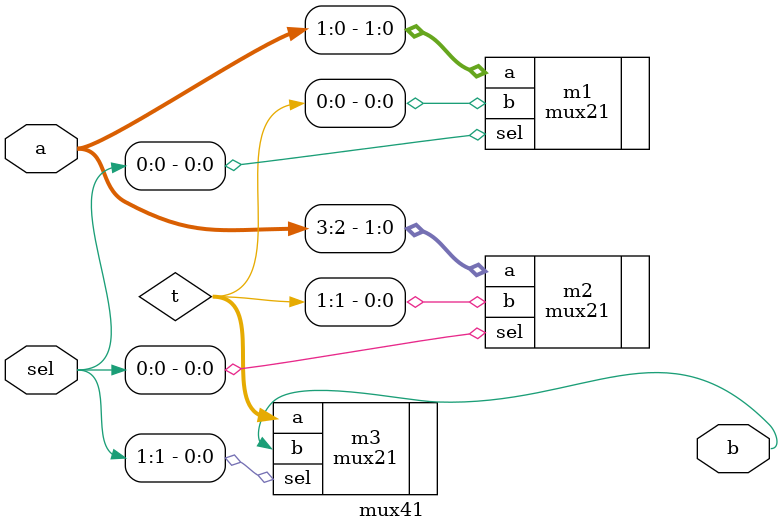
<source format=v>
module mux41(a, sel, b);
input [3:0] a;
input [1:0] sel;
output b;

wire [1:0] t;;

mux21 m1 (.a(a[1:0]), .sel(sel[0]), .b(t[0]));
mux21 m2 (.a(a[3:2]), .sel(sel[0]), .b(t[1]));
mux21 m3 (.a(t[1:0]), .sel(sel[1]), .b(b));

endmodule
</source>
